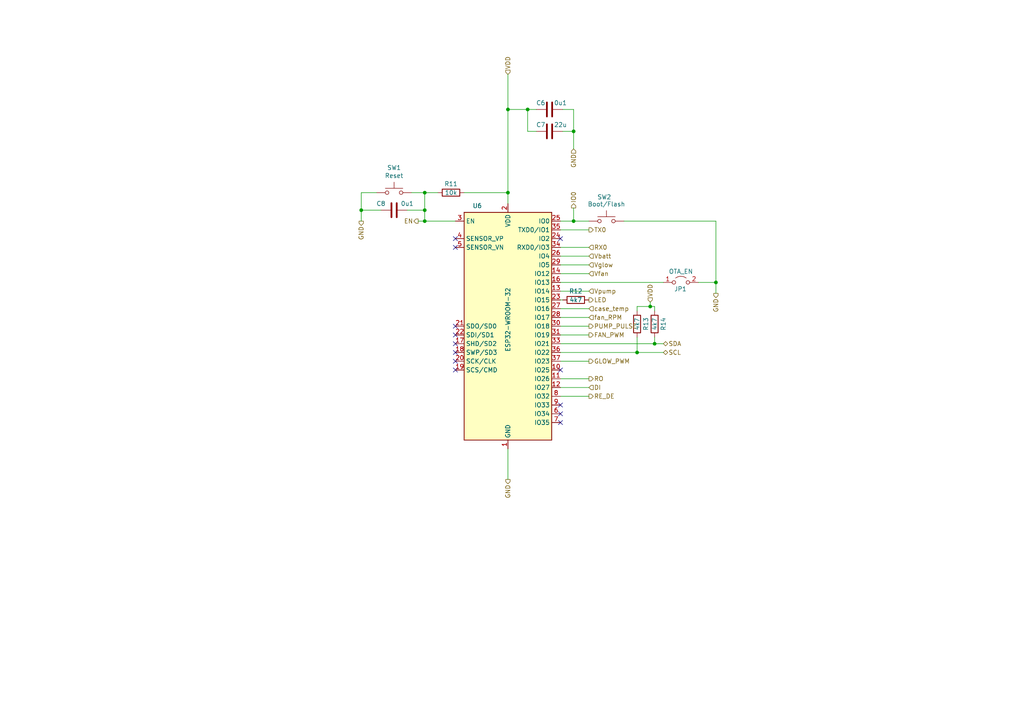
<source format=kicad_sch>
(kicad_sch (version 20211123) (generator eeschema)

  (uuid 6956817e-8477-4e98-9921-3411b87dea6e)

  (paper "A4")

  (title_block
    (title "CDH_ECU")
    (date "2022-03-06")
    (rev "1.2.3")
    (company "Daniel Edwards")
    (comment 1 "Chinese Diesel Heater - modern ECU replacement")
  )

  (lib_symbols
    (symbol "Device:C" (pin_numbers hide) (pin_names (offset 0.254)) (in_bom yes) (on_board yes)
      (property "Reference" "C" (id 0) (at 0.635 2.54 0)
        (effects (font (size 1.27 1.27)) (justify left))
      )
      (property "Value" "C" (id 1) (at 0.635 -2.54 0)
        (effects (font (size 1.27 1.27)) (justify left))
      )
      (property "Footprint" "" (id 2) (at 0.9652 -3.81 0)
        (effects (font (size 1.27 1.27)) hide)
      )
      (property "Datasheet" "~" (id 3) (at 0 0 0)
        (effects (font (size 1.27 1.27)) hide)
      )
      (property "ki_keywords" "cap capacitor" (id 4) (at 0 0 0)
        (effects (font (size 1.27 1.27)) hide)
      )
      (property "ki_description" "Unpolarized capacitor" (id 5) (at 0 0 0)
        (effects (font (size 1.27 1.27)) hide)
      )
      (property "ki_fp_filters" "C_*" (id 6) (at 0 0 0)
        (effects (font (size 1.27 1.27)) hide)
      )
      (symbol "C_0_1"
        (polyline
          (pts
            (xy -2.032 -0.762)
            (xy 2.032 -0.762)
          )
          (stroke (width 0.508) (type default) (color 0 0 0 0))
          (fill (type none))
        )
        (polyline
          (pts
            (xy -2.032 0.762)
            (xy 2.032 0.762)
          )
          (stroke (width 0.508) (type default) (color 0 0 0 0))
          (fill (type none))
        )
      )
      (symbol "C_1_1"
        (pin passive line (at 0 3.81 270) (length 2.794)
          (name "~" (effects (font (size 1.27 1.27))))
          (number "1" (effects (font (size 1.27 1.27))))
        )
        (pin passive line (at 0 -3.81 90) (length 2.794)
          (name "~" (effects (font (size 1.27 1.27))))
          (number "2" (effects (font (size 1.27 1.27))))
        )
      )
    )
    (symbol "Device:R" (pin_numbers hide) (pin_names (offset 0)) (in_bom yes) (on_board yes)
      (property "Reference" "R" (id 0) (at 2.032 0 90)
        (effects (font (size 1.27 1.27)))
      )
      (property "Value" "R" (id 1) (at 0 0 90)
        (effects (font (size 1.27 1.27)))
      )
      (property "Footprint" "" (id 2) (at -1.778 0 90)
        (effects (font (size 1.27 1.27)) hide)
      )
      (property "Datasheet" "~" (id 3) (at 0 0 0)
        (effects (font (size 1.27 1.27)) hide)
      )
      (property "ki_keywords" "R res resistor" (id 4) (at 0 0 0)
        (effects (font (size 1.27 1.27)) hide)
      )
      (property "ki_description" "Resistor" (id 5) (at 0 0 0)
        (effects (font (size 1.27 1.27)) hide)
      )
      (property "ki_fp_filters" "R_*" (id 6) (at 0 0 0)
        (effects (font (size 1.27 1.27)) hide)
      )
      (symbol "R_0_1"
        (rectangle (start -1.016 -2.54) (end 1.016 2.54)
          (stroke (width 0.254) (type default) (color 0 0 0 0))
          (fill (type none))
        )
      )
      (symbol "R_1_1"
        (pin passive line (at 0 3.81 270) (length 1.27)
          (name "~" (effects (font (size 1.27 1.27))))
          (number "1" (effects (font (size 1.27 1.27))))
        )
        (pin passive line (at 0 -3.81 90) (length 1.27)
          (name "~" (effects (font (size 1.27 1.27))))
          (number "2" (effects (font (size 1.27 1.27))))
        )
      )
    )
    (symbol "Jumper:Jumper_2_Open" (pin_names (offset 0) hide) (in_bom yes) (on_board yes)
      (property "Reference" "JP" (id 0) (at 0 2.794 0)
        (effects (font (size 1.27 1.27)))
      )
      (property "Value" "Jumper_2_Open" (id 1) (at 0 -2.286 0)
        (effects (font (size 1.27 1.27)))
      )
      (property "Footprint" "" (id 2) (at 0 0 0)
        (effects (font (size 1.27 1.27)) hide)
      )
      (property "Datasheet" "~" (id 3) (at 0 0 0)
        (effects (font (size 1.27 1.27)) hide)
      )
      (property "ki_keywords" "Jumper SPST" (id 4) (at 0 0 0)
        (effects (font (size 1.27 1.27)) hide)
      )
      (property "ki_description" "Jumper, 2-pole, open" (id 5) (at 0 0 0)
        (effects (font (size 1.27 1.27)) hide)
      )
      (property "ki_fp_filters" "Jumper* TestPoint*2Pads* TestPoint*Bridge*" (id 6) (at 0 0 0)
        (effects (font (size 1.27 1.27)) hide)
      )
      (symbol "Jumper_2_Open_0_0"
        (circle (center -2.032 0) (radius 0.508)
          (stroke (width 0) (type default) (color 0 0 0 0))
          (fill (type none))
        )
        (circle (center 2.032 0) (radius 0.508)
          (stroke (width 0) (type default) (color 0 0 0 0))
          (fill (type none))
        )
      )
      (symbol "Jumper_2_Open_0_1"
        (arc (start 1.524 1.27) (mid 0 1.778) (end -1.524 1.27)
          (stroke (width 0) (type default) (color 0 0 0 0))
          (fill (type none))
        )
      )
      (symbol "Jumper_2_Open_1_1"
        (pin passive line (at -5.08 0 0) (length 2.54)
          (name "A" (effects (font (size 1.27 1.27))))
          (number "1" (effects (font (size 1.27 1.27))))
        )
        (pin passive line (at 5.08 0 180) (length 2.54)
          (name "B" (effects (font (size 1.27 1.27))))
          (number "2" (effects (font (size 1.27 1.27))))
        )
      )
    )
    (symbol "RF_Module:ESP32-WROOM-32" (in_bom yes) (on_board yes)
      (property "Reference" "U" (id 0) (at -12.7 34.29 0)
        (effects (font (size 1.27 1.27)) (justify left))
      )
      (property "Value" "ESP32-WROOM-32" (id 1) (at 1.27 34.29 0)
        (effects (font (size 1.27 1.27)) (justify left))
      )
      (property "Footprint" "RF_Module:ESP32-WROOM-32" (id 2) (at 0 -38.1 0)
        (effects (font (size 1.27 1.27)) hide)
      )
      (property "Datasheet" "https://www.espressif.com/sites/default/files/documentation/esp32-wroom-32_datasheet_en.pdf" (id 3) (at -7.62 1.27 0)
        (effects (font (size 1.27 1.27)) hide)
      )
      (property "ki_keywords" "RF Radio BT ESP ESP32 Espressif onboard PCB antenna" (id 4) (at 0 0 0)
        (effects (font (size 1.27 1.27)) hide)
      )
      (property "ki_description" "RF Module, ESP32-D0WDQ6 SoC, Wi-Fi 802.11b/g/n, Bluetooth, BLE, 32-bit, 2.7-3.6V, onboard antenna, SMD" (id 5) (at 0 0 0)
        (effects (font (size 1.27 1.27)) hide)
      )
      (property "ki_fp_filters" "ESP32?WROOM?32*" (id 6) (at 0 0 0)
        (effects (font (size 1.27 1.27)) hide)
      )
      (symbol "ESP32-WROOM-32_0_1"
        (rectangle (start -12.7 33.02) (end 12.7 -33.02)
          (stroke (width 0.254) (type default) (color 0 0 0 0))
          (fill (type background))
        )
      )
      (symbol "ESP32-WROOM-32_1_1"
        (pin power_in line (at 0 -35.56 90) (length 2.54)
          (name "GND" (effects (font (size 1.27 1.27))))
          (number "1" (effects (font (size 1.27 1.27))))
        )
        (pin bidirectional line (at 15.24 -12.7 180) (length 2.54)
          (name "IO25" (effects (font (size 1.27 1.27))))
          (number "10" (effects (font (size 1.27 1.27))))
        )
        (pin bidirectional line (at 15.24 -15.24 180) (length 2.54)
          (name "IO26" (effects (font (size 1.27 1.27))))
          (number "11" (effects (font (size 1.27 1.27))))
        )
        (pin bidirectional line (at 15.24 -17.78 180) (length 2.54)
          (name "IO27" (effects (font (size 1.27 1.27))))
          (number "12" (effects (font (size 1.27 1.27))))
        )
        (pin bidirectional line (at 15.24 10.16 180) (length 2.54)
          (name "IO14" (effects (font (size 1.27 1.27))))
          (number "13" (effects (font (size 1.27 1.27))))
        )
        (pin bidirectional line (at 15.24 15.24 180) (length 2.54)
          (name "IO12" (effects (font (size 1.27 1.27))))
          (number "14" (effects (font (size 1.27 1.27))))
        )
        (pin passive line (at 0 -35.56 90) (length 2.54) hide
          (name "GND" (effects (font (size 1.27 1.27))))
          (number "15" (effects (font (size 1.27 1.27))))
        )
        (pin bidirectional line (at 15.24 12.7 180) (length 2.54)
          (name "IO13" (effects (font (size 1.27 1.27))))
          (number "16" (effects (font (size 1.27 1.27))))
        )
        (pin bidirectional line (at -15.24 -5.08 0) (length 2.54)
          (name "SHD/SD2" (effects (font (size 1.27 1.27))))
          (number "17" (effects (font (size 1.27 1.27))))
        )
        (pin bidirectional line (at -15.24 -7.62 0) (length 2.54)
          (name "SWP/SD3" (effects (font (size 1.27 1.27))))
          (number "18" (effects (font (size 1.27 1.27))))
        )
        (pin bidirectional line (at -15.24 -12.7 0) (length 2.54)
          (name "SCS/CMD" (effects (font (size 1.27 1.27))))
          (number "19" (effects (font (size 1.27 1.27))))
        )
        (pin power_in line (at 0 35.56 270) (length 2.54)
          (name "VDD" (effects (font (size 1.27 1.27))))
          (number "2" (effects (font (size 1.27 1.27))))
        )
        (pin bidirectional line (at -15.24 -10.16 0) (length 2.54)
          (name "SCK/CLK" (effects (font (size 1.27 1.27))))
          (number "20" (effects (font (size 1.27 1.27))))
        )
        (pin bidirectional line (at -15.24 0 0) (length 2.54)
          (name "SDO/SD0" (effects (font (size 1.27 1.27))))
          (number "21" (effects (font (size 1.27 1.27))))
        )
        (pin bidirectional line (at -15.24 -2.54 0) (length 2.54)
          (name "SDI/SD1" (effects (font (size 1.27 1.27))))
          (number "22" (effects (font (size 1.27 1.27))))
        )
        (pin bidirectional line (at 15.24 7.62 180) (length 2.54)
          (name "IO15" (effects (font (size 1.27 1.27))))
          (number "23" (effects (font (size 1.27 1.27))))
        )
        (pin bidirectional line (at 15.24 25.4 180) (length 2.54)
          (name "IO2" (effects (font (size 1.27 1.27))))
          (number "24" (effects (font (size 1.27 1.27))))
        )
        (pin bidirectional line (at 15.24 30.48 180) (length 2.54)
          (name "IO0" (effects (font (size 1.27 1.27))))
          (number "25" (effects (font (size 1.27 1.27))))
        )
        (pin bidirectional line (at 15.24 20.32 180) (length 2.54)
          (name "IO4" (effects (font (size 1.27 1.27))))
          (number "26" (effects (font (size 1.27 1.27))))
        )
        (pin bidirectional line (at 15.24 5.08 180) (length 2.54)
          (name "IO16" (effects (font (size 1.27 1.27))))
          (number "27" (effects (font (size 1.27 1.27))))
        )
        (pin bidirectional line (at 15.24 2.54 180) (length 2.54)
          (name "IO17" (effects (font (size 1.27 1.27))))
          (number "28" (effects (font (size 1.27 1.27))))
        )
        (pin bidirectional line (at 15.24 17.78 180) (length 2.54)
          (name "IO5" (effects (font (size 1.27 1.27))))
          (number "29" (effects (font (size 1.27 1.27))))
        )
        (pin input line (at -15.24 30.48 0) (length 2.54)
          (name "EN" (effects (font (size 1.27 1.27))))
          (number "3" (effects (font (size 1.27 1.27))))
        )
        (pin bidirectional line (at 15.24 0 180) (length 2.54)
          (name "IO18" (effects (font (size 1.27 1.27))))
          (number "30" (effects (font (size 1.27 1.27))))
        )
        (pin bidirectional line (at 15.24 -2.54 180) (length 2.54)
          (name "IO19" (effects (font (size 1.27 1.27))))
          (number "31" (effects (font (size 1.27 1.27))))
        )
        (pin no_connect line (at -12.7 -27.94 0) (length 2.54) hide
          (name "NC" (effects (font (size 1.27 1.27))))
          (number "32" (effects (font (size 1.27 1.27))))
        )
        (pin bidirectional line (at 15.24 -5.08 180) (length 2.54)
          (name "IO21" (effects (font (size 1.27 1.27))))
          (number "33" (effects (font (size 1.27 1.27))))
        )
        (pin bidirectional line (at 15.24 22.86 180) (length 2.54)
          (name "RXD0/IO3" (effects (font (size 1.27 1.27))))
          (number "34" (effects (font (size 1.27 1.27))))
        )
        (pin bidirectional line (at 15.24 27.94 180) (length 2.54)
          (name "TXD0/IO1" (effects (font (size 1.27 1.27))))
          (number "35" (effects (font (size 1.27 1.27))))
        )
        (pin bidirectional line (at 15.24 -7.62 180) (length 2.54)
          (name "IO22" (effects (font (size 1.27 1.27))))
          (number "36" (effects (font (size 1.27 1.27))))
        )
        (pin bidirectional line (at 15.24 -10.16 180) (length 2.54)
          (name "IO23" (effects (font (size 1.27 1.27))))
          (number "37" (effects (font (size 1.27 1.27))))
        )
        (pin passive line (at 0 -35.56 90) (length 2.54) hide
          (name "GND" (effects (font (size 1.27 1.27))))
          (number "38" (effects (font (size 1.27 1.27))))
        )
        (pin passive line (at 0 -35.56 90) (length 2.54) hide
          (name "GND" (effects (font (size 1.27 1.27))))
          (number "39" (effects (font (size 1.27 1.27))))
        )
        (pin input line (at -15.24 25.4 0) (length 2.54)
          (name "SENSOR_VP" (effects (font (size 1.27 1.27))))
          (number "4" (effects (font (size 1.27 1.27))))
        )
        (pin input line (at -15.24 22.86 0) (length 2.54)
          (name "SENSOR_VN" (effects (font (size 1.27 1.27))))
          (number "5" (effects (font (size 1.27 1.27))))
        )
        (pin input line (at 15.24 -25.4 180) (length 2.54)
          (name "IO34" (effects (font (size 1.27 1.27))))
          (number "6" (effects (font (size 1.27 1.27))))
        )
        (pin input line (at 15.24 -27.94 180) (length 2.54)
          (name "IO35" (effects (font (size 1.27 1.27))))
          (number "7" (effects (font (size 1.27 1.27))))
        )
        (pin bidirectional line (at 15.24 -20.32 180) (length 2.54)
          (name "IO32" (effects (font (size 1.27 1.27))))
          (number "8" (effects (font (size 1.27 1.27))))
        )
        (pin bidirectional line (at 15.24 -22.86 180) (length 2.54)
          (name "IO33" (effects (font (size 1.27 1.27))))
          (number "9" (effects (font (size 1.27 1.27))))
        )
      )
    )
    (symbol "Switch:SW_Push" (pin_numbers hide) (pin_names (offset 1.016) hide) (in_bom yes) (on_board yes)
      (property "Reference" "SW" (id 0) (at 1.27 2.54 0)
        (effects (font (size 1.27 1.27)) (justify left))
      )
      (property "Value" "SW_Push" (id 1) (at 0 -1.524 0)
        (effects (font (size 1.27 1.27)))
      )
      (property "Footprint" "" (id 2) (at 0 5.08 0)
        (effects (font (size 1.27 1.27)) hide)
      )
      (property "Datasheet" "~" (id 3) (at 0 5.08 0)
        (effects (font (size 1.27 1.27)) hide)
      )
      (property "ki_keywords" "switch normally-open pushbutton push-button" (id 4) (at 0 0 0)
        (effects (font (size 1.27 1.27)) hide)
      )
      (property "ki_description" "Push button switch, generic, two pins" (id 5) (at 0 0 0)
        (effects (font (size 1.27 1.27)) hide)
      )
      (symbol "SW_Push_0_1"
        (circle (center -2.032 0) (radius 0.508)
          (stroke (width 0) (type default) (color 0 0 0 0))
          (fill (type none))
        )
        (polyline
          (pts
            (xy 0 1.27)
            (xy 0 3.048)
          )
          (stroke (width 0) (type default) (color 0 0 0 0))
          (fill (type none))
        )
        (polyline
          (pts
            (xy 2.54 1.27)
            (xy -2.54 1.27)
          )
          (stroke (width 0) (type default) (color 0 0 0 0))
          (fill (type none))
        )
        (circle (center 2.032 0) (radius 0.508)
          (stroke (width 0) (type default) (color 0 0 0 0))
          (fill (type none))
        )
        (pin passive line (at -5.08 0 0) (length 2.54)
          (name "1" (effects (font (size 1.27 1.27))))
          (number "1" (effects (font (size 1.27 1.27))))
        )
        (pin passive line (at 5.08 0 180) (length 2.54)
          (name "2" (effects (font (size 1.27 1.27))))
          (number "2" (effects (font (size 1.27 1.27))))
        )
      )
    )
  )

  (junction (at 123.19 55.88) (diameter 0) (color 0 0 0 0)
    (uuid 02ab6f40-3a6e-40e6-9c54-1e5e2097aa06)
  )
  (junction (at 188.595 88.9) (diameter 0) (color 0 0 0 0)
    (uuid 2249ed38-428b-4ec6-9be3-9a046efcbce5)
  )
  (junction (at 123.19 64.135) (diameter 0) (color 0 0 0 0)
    (uuid 29406410-7381-4b7d-9076-0a51e1f223a4)
  )
  (junction (at 166.37 64.135) (diameter 0) (color 0 0 0 0)
    (uuid 46519432-4169-4c53-a857-c64d8cd06836)
  )
  (junction (at 189.865 99.695) (diameter 0) (color 0 0 0 0)
    (uuid 586b1225-7e8a-45a2-9abf-236245b3b641)
  )
  (junction (at 153.035 31.75) (diameter 0) (color 0 0 0 0)
    (uuid 680281e8-26d5-43a6-a812-c519917a4ad2)
  )
  (junction (at 147.32 31.75) (diameter 0) (color 0 0 0 0)
    (uuid 7a4d4e28-10c5-439b-aa12-3830d036addc)
  )
  (junction (at 147.32 55.88) (diameter 0) (color 0 0 0 0)
    (uuid 7f52fc99-da73-439b-9916-33168c3ab8d6)
  )
  (junction (at 123.19 60.96) (diameter 0) (color 0 0 0 0)
    (uuid 83747e3d-1cba-4df6-9cf1-1f4aabe87024)
  )
  (junction (at 166.37 38.1) (diameter 0) (color 0 0 0 0)
    (uuid de5a0337-b134-4011-83fc-60bca4267b66)
  )
  (junction (at 207.645 81.915) (diameter 0) (color 0 0 0 0)
    (uuid e958842b-1d42-4387-a0c0-147c9235fb43)
  )
  (junction (at 184.785 102.235) (diameter 0) (color 0 0 0 0)
    (uuid fa5764ec-013e-415b-b87b-3035ac3be932)
  )
  (junction (at 104.775 60.96) (diameter 0) (color 0 0 0 0)
    (uuid ff173b0e-d057-4873-9781-2d96ab98877d)
  )

  (no_connect (at 132.08 97.155) (uuid 037874e8-3357-4891-8cb4-32cac46f30cc))
  (no_connect (at 162.56 69.215) (uuid 09404e9d-6922-4704-9246-fd799c435486))
  (no_connect (at 132.08 99.695) (uuid 3191715a-e886-46c9-b8af-4fbb0afddfd2))
  (no_connect (at 132.08 69.215) (uuid 4052a527-3489-4cfc-9c73-3962a73c9784))
  (no_connect (at 132.08 102.235) (uuid 51c8d7e6-041d-4814-a5c9-42112dd8b94e))
  (no_connect (at 162.56 122.555) (uuid 68bb8ddf-1f3f-4a4b-9f08-6c2f6764c108))
  (no_connect (at 132.08 71.755) (uuid 719c44aa-4337-4ee7-8a2d-9f3ea02b1928))
  (no_connect (at 132.08 107.315) (uuid 7c2237a0-c755-4c8e-b7e8-7cd602ce11b5))
  (no_connect (at 162.56 117.475) (uuid 9251524b-17f2-4a05-998b-98a094c28cc8))
  (no_connect (at 162.56 107.315) (uuid df04c2fd-3c8c-4a1f-9b71-a25ecb5d5a52))
  (no_connect (at 132.08 94.615) (uuid e2ecf1b5-4fc9-461b-b089-3b27e2dca04e))
  (no_connect (at 132.08 104.775) (uuid ea899f28-8967-474e-90db-9577522708ae))
  (no_connect (at 162.56 120.015) (uuid f1bd2e94-937e-4bb1-ad42-979ea4827a43))

  (wire (pts (xy 166.37 38.1) (xy 166.37 43.18))
    (stroke (width 0) (type default) (color 0 0 0 0))
    (uuid 042231c9-c415-48a2-a6b0-badaf7ea6305)
  )
  (wire (pts (xy 184.785 88.9) (xy 188.595 88.9))
    (stroke (width 0) (type default) (color 0 0 0 0))
    (uuid 0f37091f-8aef-498d-b4cb-51626b81a91c)
  )
  (wire (pts (xy 147.32 59.055) (xy 147.32 55.88))
    (stroke (width 0) (type default) (color 0 0 0 0))
    (uuid 13047e8d-2195-446d-ad36-16f3a8ea56a9)
  )
  (wire (pts (xy 162.56 112.395) (xy 170.815 112.395))
    (stroke (width 0) (type default) (color 0 0 0 0))
    (uuid 13232a1a-980f-4b00-86fc-672e4d12ea07)
  )
  (wire (pts (xy 162.56 94.615) (xy 170.815 94.615))
    (stroke (width 0) (type default) (color 0 0 0 0))
    (uuid 1423f70f-4efe-4b1b-b0fa-87bf69adb77e)
  )
  (wire (pts (xy 155.575 38.1) (xy 153.035 38.1))
    (stroke (width 0) (type default) (color 0 0 0 0))
    (uuid 17122df0-47cb-4762-b8df-59a72da0de6c)
  )
  (wire (pts (xy 162.56 104.775) (xy 170.815 104.775))
    (stroke (width 0) (type default) (color 0 0 0 0))
    (uuid 195099cb-04be-4797-b53a-397fdba71cc0)
  )
  (wire (pts (xy 162.56 71.755) (xy 170.815 71.755))
    (stroke (width 0) (type default) (color 0 0 0 0))
    (uuid 1b80023d-f613-4e3c-90f7-1c131d6b7964)
  )
  (wire (pts (xy 147.32 130.175) (xy 147.32 139.065))
    (stroke (width 0) (type default) (color 0 0 0 0))
    (uuid 2251bd12-d5fd-4261-951f-8e5751b7f665)
  )
  (wire (pts (xy 166.37 64.135) (xy 166.37 60.325))
    (stroke (width 0) (type default) (color 0 0 0 0))
    (uuid 2493b895-fe27-4da6-a724-6e72598bf52d)
  )
  (wire (pts (xy 207.645 81.915) (xy 207.645 85.09))
    (stroke (width 0) (type default) (color 0 0 0 0))
    (uuid 264d26f4-39ed-4fc2-8193-2d85c1bc4b9a)
  )
  (wire (pts (xy 147.32 31.75) (xy 153.035 31.75))
    (stroke (width 0) (type default) (color 0 0 0 0))
    (uuid 306ee51d-5476-453d-beb0-427baa18ffac)
  )
  (wire (pts (xy 162.56 79.375) (xy 170.815 79.375))
    (stroke (width 0) (type default) (color 0 0 0 0))
    (uuid 3190d5a8-c717-4fbe-8bd3-aaee2fb8fc3d)
  )
  (wire (pts (xy 118.11 60.96) (xy 123.19 60.96))
    (stroke (width 0) (type default) (color 0 0 0 0))
    (uuid 34dfcfb7-059c-4246-92a1-d0f07527e28c)
  )
  (wire (pts (xy 188.595 88.9) (xy 188.595 87.63))
    (stroke (width 0) (type default) (color 0 0 0 0))
    (uuid 352beebb-9948-4be3-9b3b-18b63202ec11)
  )
  (wire (pts (xy 188.595 88.9) (xy 189.865 88.9))
    (stroke (width 0) (type default) (color 0 0 0 0))
    (uuid 35ab9f50-1848-42be-a8b4-02fa04577c37)
  )
  (wire (pts (xy 109.22 55.88) (xy 104.775 55.88))
    (stroke (width 0) (type default) (color 0 0 0 0))
    (uuid 3b3cab90-5a0d-4730-a4f5-9abc97c026a4)
  )
  (wire (pts (xy 132.08 64.135) (xy 123.19 64.135))
    (stroke (width 0) (type default) (color 0 0 0 0))
    (uuid 3bfce1aa-992b-405c-9b76-c5e9a08b531b)
  )
  (wire (pts (xy 123.19 55.88) (xy 119.38 55.88))
    (stroke (width 0) (type default) (color 0 0 0 0))
    (uuid 42985861-b16b-423b-bec3-3cd5eec5702c)
  )
  (wire (pts (xy 162.56 76.835) (xy 170.815 76.835))
    (stroke (width 0) (type default) (color 0 0 0 0))
    (uuid 4e7c998d-a12b-4d6d-972c-bf3a6e82f12f)
  )
  (wire (pts (xy 192.405 99.695) (xy 189.865 99.695))
    (stroke (width 0) (type default) (color 0 0 0 0))
    (uuid 54ccf009-be1f-47d0-92d4-600d16082203)
  )
  (wire (pts (xy 166.37 31.75) (xy 166.37 38.1))
    (stroke (width 0) (type default) (color 0 0 0 0))
    (uuid 59fee0fc-c995-4435-9a3d-af41f93549c0)
  )
  (wire (pts (xy 163.195 31.75) (xy 166.37 31.75))
    (stroke (width 0) (type default) (color 0 0 0 0))
    (uuid 634f383f-1e5e-4d6e-b233-49fb3e2d24f0)
  )
  (wire (pts (xy 162.56 81.915) (xy 192.405 81.915))
    (stroke (width 0) (type default) (color 0 0 0 0))
    (uuid 64728043-6ff7-4412-9ce9-83789136a612)
  )
  (wire (pts (xy 162.56 92.075) (xy 170.815 92.075))
    (stroke (width 0) (type default) (color 0 0 0 0))
    (uuid 6c760a0a-ae4e-4940-a77e-cdcefac913a5)
  )
  (wire (pts (xy 147.32 31.75) (xy 147.32 21.59))
    (stroke (width 0) (type default) (color 0 0 0 0))
    (uuid 7f58efc2-40c1-448e-a3ea-4d0cc4111130)
  )
  (wire (pts (xy 153.035 38.1) (xy 153.035 31.75))
    (stroke (width 0) (type default) (color 0 0 0 0))
    (uuid 83280609-05f8-487f-94bf-fdbd84e9cf16)
  )
  (wire (pts (xy 162.56 84.455) (xy 170.815 84.455))
    (stroke (width 0) (type default) (color 0 0 0 0))
    (uuid 8343c2f2-2cb7-4b06-b4d5-f3b8a67700a1)
  )
  (wire (pts (xy 162.56 102.235) (xy 184.785 102.235))
    (stroke (width 0) (type default) (color 0 0 0 0))
    (uuid 8735c300-bfd1-40e1-b5fb-1fce8f4b0979)
  )
  (wire (pts (xy 170.815 64.135) (xy 166.37 64.135))
    (stroke (width 0) (type default) (color 0 0 0 0))
    (uuid 89ed0ca3-2636-4e28-938c-bb355ccb0580)
  )
  (wire (pts (xy 184.785 102.235) (xy 184.785 97.79))
    (stroke (width 0) (type default) (color 0 0 0 0))
    (uuid 8b87cee1-5cda-4469-9cb4-94fbab816549)
  )
  (wire (pts (xy 189.865 88.9) (xy 189.865 90.17))
    (stroke (width 0) (type default) (color 0 0 0 0))
    (uuid 92048e24-dad1-4482-96c3-68782bfcb922)
  )
  (wire (pts (xy 123.19 55.88) (xy 127 55.88))
    (stroke (width 0) (type default) (color 0 0 0 0))
    (uuid 928f5f6d-0cee-4299-93d3-301129d0ab6d)
  )
  (wire (pts (xy 147.32 55.88) (xy 147.32 31.75))
    (stroke (width 0) (type default) (color 0 0 0 0))
    (uuid 96e1a45d-b7d3-44f9-8148-d398203bee3a)
  )
  (wire (pts (xy 162.56 66.675) (xy 170.815 66.675))
    (stroke (width 0) (type default) (color 0 0 0 0))
    (uuid 98942ab2-bbc2-4c77-bb73-9a872a643636)
  )
  (wire (pts (xy 155.575 31.75) (xy 153.035 31.75))
    (stroke (width 0) (type default) (color 0 0 0 0))
    (uuid 994ff29b-e47a-4d2f-9b88-cdd4b7b10d7a)
  )
  (wire (pts (xy 162.56 109.855) (xy 170.815 109.855))
    (stroke (width 0) (type default) (color 0 0 0 0))
    (uuid a018a10c-11cf-4df2-8bc9-8077dff35668)
  )
  (wire (pts (xy 162.56 89.535) (xy 170.815 89.535))
    (stroke (width 0) (type default) (color 0 0 0 0))
    (uuid a2c4772e-6275-453a-83e3-a349443fd99b)
  )
  (wire (pts (xy 162.56 114.935) (xy 170.815 114.935))
    (stroke (width 0) (type default) (color 0 0 0 0))
    (uuid a5440cf1-4d80-4c46-ba4d-f5235c05cf57)
  )
  (wire (pts (xy 162.56 97.155) (xy 170.815 97.155))
    (stroke (width 0) (type default) (color 0 0 0 0))
    (uuid a6816774-19cc-4d81-84a5-0983ad739447)
  )
  (wire (pts (xy 134.62 55.88) (xy 147.32 55.88))
    (stroke (width 0) (type default) (color 0 0 0 0))
    (uuid a94e32b4-943c-457b-ad94-0410f88d5579)
  )
  (wire (pts (xy 184.785 102.235) (xy 192.405 102.235))
    (stroke (width 0) (type default) (color 0 0 0 0))
    (uuid ade36ace-c8be-430f-a311-3487bd517fa0)
  )
  (wire (pts (xy 162.56 74.295) (xy 170.815 74.295))
    (stroke (width 0) (type default) (color 0 0 0 0))
    (uuid ae5e84e6-9c2c-4e46-9e3f-cc31d8611271)
  )
  (wire (pts (xy 163.195 38.1) (xy 166.37 38.1))
    (stroke (width 0) (type default) (color 0 0 0 0))
    (uuid b234a2b9-d54e-4b53-95a0-78c25109a308)
  )
  (wire (pts (xy 207.645 64.135) (xy 207.645 81.915))
    (stroke (width 0) (type default) (color 0 0 0 0))
    (uuid b3b76651-0058-4366-96b7-0a45b3720255)
  )
  (wire (pts (xy 166.37 64.135) (xy 162.56 64.135))
    (stroke (width 0) (type default) (color 0 0 0 0))
    (uuid b9050e97-b616-44d2-8771-24d1bc19fc2d)
  )
  (wire (pts (xy 162.56 99.695) (xy 189.865 99.695))
    (stroke (width 0) (type default) (color 0 0 0 0))
    (uuid bc400ed9-b0c7-4564-8e83-02cd07a423ca)
  )
  (wire (pts (xy 104.775 55.88) (xy 104.775 60.96))
    (stroke (width 0) (type default) (color 0 0 0 0))
    (uuid bdf09f0b-2d36-4461-9d45-11c6d12147d1)
  )
  (wire (pts (xy 180.975 64.135) (xy 207.645 64.135))
    (stroke (width 0) (type default) (color 0 0 0 0))
    (uuid bfd5d524-96f9-4b8e-a45a-182196465c73)
  )
  (wire (pts (xy 121.285 64.135) (xy 123.19 64.135))
    (stroke (width 0) (type default) (color 0 0 0 0))
    (uuid c5a3e1fc-6dac-42b8-9cf4-a3f2ca3b5cc7)
  )
  (wire (pts (xy 184.785 90.17) (xy 184.785 88.9))
    (stroke (width 0) (type default) (color 0 0 0 0))
    (uuid c87e2847-74b2-480d-9168-4978515fff32)
  )
  (wire (pts (xy 123.19 55.88) (xy 123.19 60.96))
    (stroke (width 0) (type default) (color 0 0 0 0))
    (uuid d1b9592e-4e9e-403d-94c8-550a6513a2a9)
  )
  (wire (pts (xy 189.865 99.695) (xy 189.865 97.79))
    (stroke (width 0) (type default) (color 0 0 0 0))
    (uuid d92c86f9-6b30-4b2d-b0c8-a50569d70f7a)
  )
  (wire (pts (xy 202.565 81.915) (xy 207.645 81.915))
    (stroke (width 0) (type default) (color 0 0 0 0))
    (uuid d959b1db-0866-477b-9331-750d020a62b7)
  )
  (wire (pts (xy 162.56 86.995) (xy 163.195 86.995))
    (stroke (width 0) (type default) (color 0 0 0 0))
    (uuid e5b15b17-04f1-42e0-8e8f-d9dd51c8103c)
  )
  (wire (pts (xy 110.49 60.96) (xy 104.775 60.96))
    (stroke (width 0) (type default) (color 0 0 0 0))
    (uuid e9aec188-f236-44c9-b7d0-fb6e0fdcf8d2)
  )
  (wire (pts (xy 104.775 60.96) (xy 104.775 64.135))
    (stroke (width 0) (type default) (color 0 0 0 0))
    (uuid f21484a2-b1b2-412b-b357-2653aa2724e0)
  )
  (wire (pts (xy 123.19 60.96) (xy 123.19 64.135))
    (stroke (width 0) (type default) (color 0 0 0 0))
    (uuid f7c4cb1a-267a-443d-9b15-3b35e1cb902c)
  )

  (hierarchical_label "fan_RPM" (shape input) (at 170.815 92.075 0)
    (effects (font (size 1.27 1.27)) (justify left))
    (uuid 00d1fea1-fe27-44c1-a52c-b9311b41ecd2)
  )
  (hierarchical_label "GND" (shape output) (at 207.645 85.09 270)
    (effects (font (size 1.27 1.27)) (justify right))
    (uuid 0fc02de1-cc57-4f3b-8973-7f02d52aec87)
  )
  (hierarchical_label "Vbatt" (shape input) (at 170.815 74.295 0)
    (effects (font (size 1.27 1.27)) (justify left))
    (uuid 12fb8e49-92be-47a8-be63-c157deb11683)
  )
  (hierarchical_label "SCL" (shape bidirectional) (at 192.405 102.235 0)
    (effects (font (size 1.27 1.27)) (justify left))
    (uuid 1d32f60f-e6bb-49f2-8ff9-2a08691fb0cd)
  )
  (hierarchical_label "Vglow" (shape input) (at 170.815 76.835 0)
    (effects (font (size 1.27 1.27)) (justify left))
    (uuid 32386491-d1dc-4487-a408-d8349bd68955)
  )
  (hierarchical_label "LED" (shape output) (at 170.815 86.995 0)
    (effects (font (size 1.27 1.27)) (justify left))
    (uuid 35cb5949-ada1-4bac-8639-58d0850f396f)
  )
  (hierarchical_label "case_temp" (shape input) (at 170.815 89.535 0)
    (effects (font (size 1.27 1.27)) (justify left))
    (uuid 3f7eb5ff-62f8-4600-8864-93a4251e86a6)
  )
  (hierarchical_label "RE_DE" (shape output) (at 170.815 114.935 0)
    (effects (font (size 1.27 1.27)) (justify left))
    (uuid 50406c95-b6fa-4711-9186-e192d75aafae)
  )
  (hierarchical_label "PUMP_PULSE" (shape output) (at 170.815 94.615 0)
    (effects (font (size 1.27 1.27)) (justify left))
    (uuid 7549ebde-100b-4d74-9e7c-ae7e8c31b807)
  )
  (hierarchical_label "SDA" (shape bidirectional) (at 192.405 99.695 0)
    (effects (font (size 1.27 1.27)) (justify left))
    (uuid 85ca6fd1-127e-486b-9c58-a20c553c32c1)
  )
  (hierarchical_label "RX0" (shape input) (at 170.815 71.755 0)
    (effects (font (size 1.27 1.27)) (justify left))
    (uuid 8ebe92dc-484f-425a-a83e-078313a7221f)
  )
  (hierarchical_label "DI" (shape input) (at 170.815 112.395 0)
    (effects (font (size 1.27 1.27)) (justify left))
    (uuid 9d4f9fe4-0a1e-410f-92c0-d3bb33ea42bd)
  )
  (hierarchical_label "VDD" (shape input) (at 188.595 87.63 90)
    (effects (font (size 1.27 1.27)) (justify left))
    (uuid 9d6d6ce2-f611-4bb8-9ee3-a1b80604874e)
  )
  (hierarchical_label "IO0" (shape output) (at 166.37 60.325 90)
    (effects (font (size 1.27 1.27)) (justify left))
    (uuid a16e629f-b7c3-4807-857a-d7f3bba4535b)
  )
  (hierarchical_label "GND" (shape output) (at 147.32 139.065 270)
    (effects (font (size 1.27 1.27)) (justify right))
    (uuid a7586fcc-7092-4f20-8a41-1f57e691d07f)
  )
  (hierarchical_label "GND" (shape input) (at 166.37 43.18 270)
    (effects (font (size 1.27 1.27)) (justify right))
    (uuid abdc5907-eceb-4a1e-b125-4753de8e3028)
  )
  (hierarchical_label "FAN_PWM" (shape output) (at 170.815 97.155 0)
    (effects (font (size 1.27 1.27)) (justify left))
    (uuid afb7673e-edd5-48aa-9f99-61f9c6cdf9ea)
  )
  (hierarchical_label "GND" (shape output) (at 104.775 64.135 270)
    (effects (font (size 1.27 1.27)) (justify right))
    (uuid b0ef68dc-4da0-4747-84cb-c9ca8e2140a7)
  )
  (hierarchical_label "Vpump" (shape input) (at 170.815 84.455 0)
    (effects (font (size 1.27 1.27)) (justify left))
    (uuid b880d6df-d1b6-4a2f-92cb-36c61edf30d4)
  )
  (hierarchical_label "Vfan" (shape input) (at 170.815 79.375 0)
    (effects (font (size 1.27 1.27)) (justify left))
    (uuid ba9b878b-7acd-4743-ad93-2058e3cd22ee)
  )
  (hierarchical_label "EN" (shape output) (at 121.285 64.135 180)
    (effects (font (size 1.27 1.27)) (justify right))
    (uuid c4232b23-7687-4799-ae22-7231eefd8bac)
  )
  (hierarchical_label "TX0" (shape output) (at 170.815 66.675 0)
    (effects (font (size 1.27 1.27)) (justify left))
    (uuid c78cb475-1023-44bb-a09d-4b2902dd0509)
  )
  (hierarchical_label "RO" (shape output) (at 170.815 109.855 0)
    (effects (font (size 1.27 1.27)) (justify left))
    (uuid d28682ad-65ed-41b3-8e5a-9924311572c2)
  )
  (hierarchical_label "VDD" (shape input) (at 147.32 21.59 90)
    (effects (font (size 1.27 1.27)) (justify left))
    (uuid ee427708-f235-475b-b53b-08028d5f425e)
  )
  (hierarchical_label "GLOW_PWM" (shape output) (at 170.815 104.775 0)
    (effects (font (size 1.27 1.27)) (justify left))
    (uuid f1004977-601a-412f-ab57-c0a15154286a)
  )

  (symbol (lib_id "Device:C") (at 114.3 60.96 270) (unit 1)
    (in_bom yes) (on_board yes)
    (uuid 116fdb2a-e31a-4548-a017-41f77a18532a)
    (property "Reference" "C8" (id 0) (at 110.49 59.055 90))
    (property "Value" "0u1" (id 1) (at 118.11 59.055 90))
    (property "Footprint" "Capacitor_SMD:C_0805_2012Metric" (id 2) (at 110.49 61.9252 0)
      (effects (font (size 1.27 1.27)) hide)
    )
    (property "Datasheet" "~" (id 3) (at 114.3 60.96 0)
      (effects (font (size 1.27 1.27)) hide)
    )
    (pin "1" (uuid e1107e02-03d2-444d-a01c-c10f44f275ab))
    (pin "2" (uuid 04d7f906-5f16-435e-a53e-19314659bffe))
  )

  (symbol (lib_id "Device:C") (at 159.385 38.1 270) (unit 1)
    (in_bom yes) (on_board yes)
    (uuid 2c9cb64f-2903-45b7-96a1-85cafeed86a0)
    (property "Reference" "C7" (id 0) (at 156.845 36.195 90))
    (property "Value" "22u" (id 1) (at 162.56 36.195 90))
    (property "Footprint" "Capacitor_SMD:C_0805_2012Metric" (id 2) (at 155.575 39.0652 0)
      (effects (font (size 1.27 1.27)) hide)
    )
    (property "Datasheet" "~" (id 3) (at 159.385 38.1 0)
      (effects (font (size 1.27 1.27)) hide)
    )
    (pin "1" (uuid c27b1800-0815-4827-9824-97c26dbc66eb))
    (pin "2" (uuid e11ad4ec-a6ff-49d5-928f-f7d80d48da38))
  )

  (symbol (lib_id "Switch:SW_Push") (at 114.3 55.88 0) (unit 1)
    (in_bom yes) (on_board yes)
    (uuid 2d367640-9d39-4504-8395-6f010bd95c34)
    (property "Reference" "SW1" (id 0) (at 114.3 48.641 0))
    (property "Value" "Reset" (id 1) (at 114.3 50.9524 0))
    (property "Footprint" "Button_Switch_SMD:SW_SPST_PTS645" (id 2) (at 114.3 50.8 0)
      (effects (font (size 1.27 1.27)) hide)
    )
    (property "Datasheet" "~" (id 3) (at 114.3 50.8 0)
      (effects (font (size 1.27 1.27)) hide)
    )
    (pin "1" (uuid 18d5cdfd-1426-4de1-857d-10f5f719e3b5))
    (pin "2" (uuid 194c7588-5ab2-4618-8750-5b43939d9141))
  )

  (symbol (lib_id "RF_Module:ESP32-WROOM-32") (at 147.32 94.615 0) (unit 1)
    (in_bom yes) (on_board yes)
    (uuid 3119d96e-44b5-4aaf-85f9-308253f53990)
    (property "Reference" "U6" (id 0) (at 138.43 59.69 0))
    (property "Value" "ESP32-WROOM-32" (id 1) (at 147.32 92.71 90))
    (property "Footprint" "RF_Module:ESP32-WROOM-32" (id 2) (at 147.32 132.715 0)
      (effects (font (size 1.27 1.27)) hide)
    )
    (property "Datasheet" "https://www.espressif.com/sites/default/files/documentation/esp32-wroom-32_datasheet_en.pdf" (id 3) (at 139.7 93.345 0)
      (effects (font (size 1.27 1.27)) hide)
    )
    (pin "1" (uuid 9c32225f-3928-444c-87e3-4d511c751b77))
    (pin "10" (uuid 90455977-79a8-464b-9d1d-31d4b5e98a84))
    (pin "11" (uuid edc31acb-13e0-47dd-bdbb-f5e9e9706cb0))
    (pin "12" (uuid 71ad37e1-1f3c-49e2-a7c0-e2898ee8cb28))
    (pin "13" (uuid 3c535fb0-8b63-4945-a78d-e01b4f504581))
    (pin "14" (uuid b29eb000-3fab-44ba-b682-201153e556ca))
    (pin "15" (uuid 2c6916db-e24e-441c-bb34-0e1f006f7659))
    (pin "16" (uuid 25fd2641-e9ae-44bc-ae51-92d337c52ee4))
    (pin "17" (uuid 603c7195-4372-474a-931b-1ff09047671c))
    (pin "18" (uuid 4d1a740f-7497-4eea-a5b5-6d2a94f406a2))
    (pin "19" (uuid 5ce3da32-94e8-4967-988c-6863f8a76160))
    (pin "2" (uuid 5a18c27b-cc91-4322-9bcd-b7ddddd7e4bf))
    (pin "20" (uuid c70de3b7-bfd9-4809-b4ac-5daebe61d2c7))
    (pin "21" (uuid feb3f9e1-bf0a-4895-8793-c53042ea03f4))
    (pin "22" (uuid d1c5dd1e-ff34-4967-86b2-a78d80364ce0))
    (pin "23" (uuid f15301d3-c357-492a-b31b-a102c5e8110c))
    (pin "24" (uuid 37f87b8e-699c-42bd-8410-572b804cbfb5))
    (pin "25" (uuid d37c5f3b-18c3-40d1-ad05-1b4a83fc5cbf))
    (pin "26" (uuid 790e4336-928a-4aa6-8aa3-07e3215fc75f))
    (pin "27" (uuid d415cec7-7976-4f6b-bf11-327786059c33))
    (pin "28" (uuid a4604655-4947-42aa-bf10-071e1fe9035f))
    (pin "29" (uuid c3019503-b82f-4a7e-972b-fc8d7dea6b99))
    (pin "3" (uuid fc094241-5d21-4220-9fc6-4a4a52ac5c56))
    (pin "30" (uuid 5078b620-c125-40b7-b818-e0d538589dd6))
    (pin "31" (uuid a903634a-4fd4-4bf2-bc23-a3abe73feb75))
    (pin "32" (uuid 8da2e055-a46f-4535-94e5-316f775bc4d5))
    (pin "33" (uuid 500e0b1b-ce86-4670-9bdb-4d47f6b1432e))
    (pin "34" (uuid c628c4b1-830c-4ba1-913f-6710fa1d29ee))
    (pin "35" (uuid 04b39fd8-0daa-4373-a0f6-0782f500213c))
    (pin "36" (uuid 0e59daa1-e986-4fab-9cca-8cb4842a7e6c))
    (pin "37" (uuid 8c759370-1f11-4b4e-86f5-651c74ff8c7b))
    (pin "38" (uuid 96ad7983-3c73-42c1-a31b-393f924c98fb))
    (pin "39" (uuid fd27e4fb-70d4-47c1-87e9-63d12ba4edae))
    (pin "4" (uuid 76bbd350-5bcb-4eb5-bf37-32c8700e5911))
    (pin "5" (uuid a8d8b9fc-53e0-4015-90e4-ed86b23f52c9))
    (pin "6" (uuid f510f812-8aa3-498e-ac90-fe8c36ede593))
    (pin "7" (uuid 92e6fc57-dd91-4b48-9537-a1d6defef71b))
    (pin "8" (uuid a3df3e2b-000e-460d-951e-b17d6855a3ab))
    (pin "9" (uuid ce51799b-e5ce-40f9-9219-1cb6b4d01b1d))
  )

  (symbol (lib_id "Device:R") (at 130.81 55.88 270) (unit 1)
    (in_bom yes) (on_board yes)
    (uuid 60199457-cb75-484f-8d2b-3db23d34641f)
    (property "Reference" "R11" (id 0) (at 130.81 53.34 90))
    (property "Value" "10k" (id 1) (at 130.81 55.88 90))
    (property "Footprint" "Resistor_SMD:R_0805_2012Metric" (id 2) (at 130.81 54.102 90)
      (effects (font (size 1.27 1.27)) hide)
    )
    (property "Datasheet" "~" (id 3) (at 130.81 55.88 0)
      (effects (font (size 1.27 1.27)) hide)
    )
    (pin "1" (uuid 08b27163-9392-49a9-86ad-51aa95d482a2))
    (pin "2" (uuid ed305ee8-8747-4fa2-9619-686e8c540519))
  )

  (symbol (lib_id "Device:C") (at 159.385 31.75 270) (unit 1)
    (in_bom yes) (on_board yes)
    (uuid 8935f68b-8399-418a-92a9-9ba3015a87e6)
    (property "Reference" "C6" (id 0) (at 156.845 29.845 90))
    (property "Value" "0u1" (id 1) (at 162.56 29.845 90))
    (property "Footprint" "Capacitor_SMD:C_0805_2012Metric" (id 2) (at 155.575 32.7152 0)
      (effects (font (size 1.27 1.27)) hide)
    )
    (property "Datasheet" "~" (id 3) (at 159.385 31.75 0)
      (effects (font (size 1.27 1.27)) hide)
    )
    (pin "1" (uuid c732970c-0fb4-44aa-9cc7-01fbac3cd454))
    (pin "2" (uuid 232613ba-5ad5-4c64-8d2e-0f563bfbb9a5))
  )

  (symbol (lib_id "Device:R") (at 167.005 86.995 270) (unit 1)
    (in_bom yes) (on_board yes)
    (uuid 8c11087b-5db6-48e3-b68e-85aabc7a65f5)
    (property "Reference" "R12" (id 0) (at 167.005 84.455 90))
    (property "Value" "4k7" (id 1) (at 167.005 86.995 90))
    (property "Footprint" "Resistor_SMD:R_0805_2012Metric" (id 2) (at 167.005 85.217 90)
      (effects (font (size 1.27 1.27)) hide)
    )
    (property "Datasheet" "~" (id 3) (at 167.005 86.995 0)
      (effects (font (size 1.27 1.27)) hide)
    )
    (pin "1" (uuid 14a6d61b-2f56-423d-8ba4-aab55a847b78))
    (pin "2" (uuid fcb0a804-8428-42dc-a85b-732abc971f0f))
  )

  (symbol (lib_id "Device:R") (at 184.785 93.98 180) (unit 1)
    (in_bom yes) (on_board yes)
    (uuid a18817c9-7e2a-444e-9b68-ded4f655e58c)
    (property "Reference" "R13" (id 0) (at 187.325 93.98 90))
    (property "Value" "4k7" (id 1) (at 184.785 93.98 90))
    (property "Footprint" "Resistor_SMD:R_0805_2012Metric" (id 2) (at 186.563 93.98 90)
      (effects (font (size 1.27 1.27)) hide)
    )
    (property "Datasheet" "~" (id 3) (at 184.785 93.98 0)
      (effects (font (size 1.27 1.27)) hide)
    )
    (pin "1" (uuid 79db0bde-9c6b-4ba6-814c-7863733a2949))
    (pin "2" (uuid 7b8598af-c004-48a8-ba93-3e5e0179c78b))
  )

  (symbol (lib_id "Device:R") (at 189.865 93.98 180) (unit 1)
    (in_bom yes) (on_board yes)
    (uuid bf17f5fb-66df-4d0d-b395-0a2371eba33a)
    (property "Reference" "R14" (id 0) (at 192.405 93.98 90))
    (property "Value" "4k7" (id 1) (at 189.865 93.98 90))
    (property "Footprint" "Resistor_SMD:R_0805_2012Metric" (id 2) (at 191.643 93.98 90)
      (effects (font (size 1.27 1.27)) hide)
    )
    (property "Datasheet" "~" (id 3) (at 189.865 93.98 0)
      (effects (font (size 1.27 1.27)) hide)
    )
    (pin "1" (uuid addc63a2-14f5-4cd4-bc61-42d2bd8bfc46))
    (pin "2" (uuid 00c73695-6a76-4835-8622-181a1a2c3b41))
  )

  (symbol (lib_id "Jumper:Jumper_2_Open") (at 197.485 81.915 0) (unit 1)
    (in_bom yes) (on_board yes)
    (uuid ddce7bb9-8c29-40e3-8351-30819c00465a)
    (property "Reference" "JP1" (id 0) (at 197.358 83.82 0))
    (property "Value" "OTA_EN" (id 1) (at 197.485 78.74 0))
    (property "Footprint" "Connector_PinSocket_2.54mm:PinSocket_1x02_P2.54mm_Vertical" (id 2) (at 197.485 81.915 0)
      (effects (font (size 1.27 1.27)) hide)
    )
    (property "Datasheet" "~" (id 3) (at 197.485 81.915 0)
      (effects (font (size 1.27 1.27)) hide)
    )
    (pin "1" (uuid 999925ee-c33a-49a2-bcf5-8b0ed20bea56))
    (pin "2" (uuid 234104cc-ed15-4b55-a235-e057effb896f))
  )

  (symbol (lib_id "Switch:SW_Push") (at 175.895 64.135 0) (unit 1)
    (in_bom yes) (on_board yes)
    (uuid f0c0c7c7-cc18-4c58-a327-f84a6c149857)
    (property "Reference" "SW2" (id 0) (at 175.26 57.15 0))
    (property "Value" "Boot/Flash" (id 1) (at 175.895 59.2074 0))
    (property "Footprint" "Connector_PinHeader_1.27mm:PinHeader_1x02_P1.27mm_Vertical" (id 2) (at 175.895 59.055 0)
      (effects (font (size 1.27 1.27)) hide)
    )
    (property "Datasheet" "~" (id 3) (at 175.895 59.055 0)
      (effects (font (size 1.27 1.27)) hide)
    )
    (pin "1" (uuid 89999398-71e9-4a12-a84f-85a9d9dd884e))
    (pin "2" (uuid b10da195-a402-4dce-9895-49fbc607be0d))
  )
)

</source>
